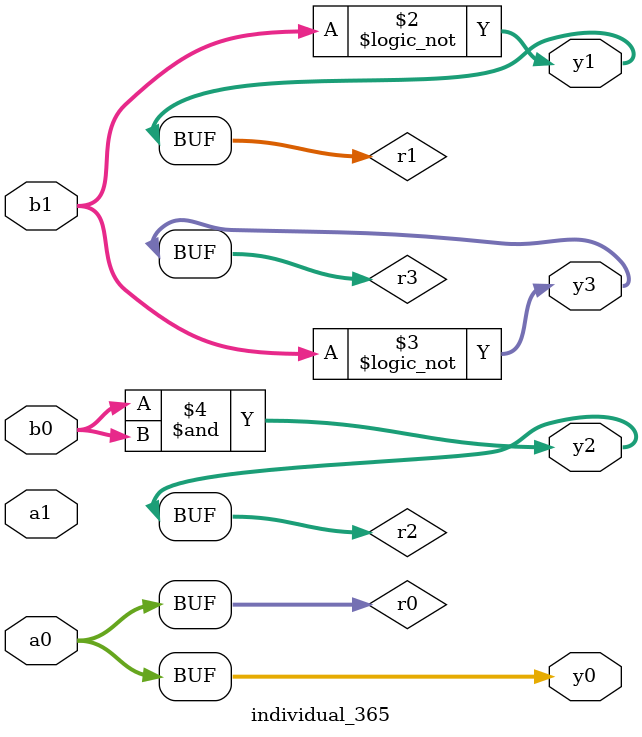
<source format=sv>
module individual_365(input logic [15:0] a1, input logic [15:0] a0, input logic [15:0] b1, input logic [15:0] b0, output logic [15:0] y3, output logic [15:0] y2, output logic [15:0] y1, output logic [15:0] y0);
logic [15:0] r0, r1, r2, r3; 
 always@(*) begin 
	 r0 = a0; r1 = a1; r2 = b0; r3 = b1; 
 	 r1 = ! r3 ;
 	 r3 = ! r3 ;
 	 r2  &=  b0 ;
 	 y3 = r3; y2 = r2; y1 = r1; y0 = r0; 
end
endmodule
</source>
